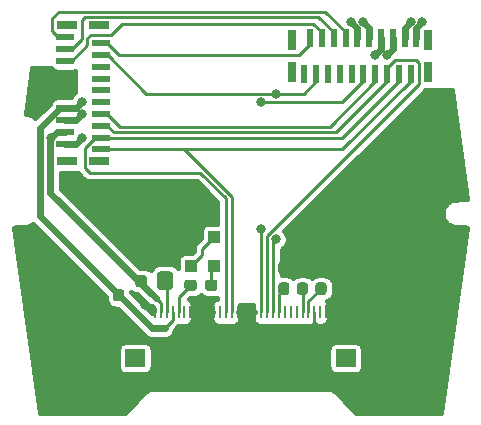
<source format=gbr>
%TF.GenerationSoftware,KiCad,Pcbnew,(5.1.6)-1*%
%TF.CreationDate,2020-11-14T16:31:53+00:00*%
%TF.ProjectId,Displayboard4,44697370-6c61-4796-926f-617264342e6b,rev?*%
%TF.SameCoordinates,Original*%
%TF.FileFunction,Copper,L1,Top*%
%TF.FilePolarity,Positive*%
%FSLAX46Y46*%
G04 Gerber Fmt 4.6, Leading zero omitted, Abs format (unit mm)*
G04 Created by KiCad (PCBNEW (5.1.6)-1) date 2020-11-14 16:31:53*
%MOMM*%
%LPD*%
G01*
G04 APERTURE LIST*
%TA.AperFunction,SMDPad,CuDef*%
%ADD10R,0.250000X1.100000*%
%TD*%
%TA.AperFunction,SMDPad,CuDef*%
%ADD11R,1.700000X1.500000*%
%TD*%
%TA.AperFunction,SMDPad,CuDef*%
%ADD12R,1.800000X0.800000*%
%TD*%
%TA.AperFunction,SMDPad,CuDef*%
%ADD13R,1.500000X0.600000*%
%TD*%
%TA.AperFunction,SMDPad,CuDef*%
%ADD14R,0.600000X1.500000*%
%TD*%
%TA.AperFunction,SMDPad,CuDef*%
%ADD15R,0.800000X1.800000*%
%TD*%
%TA.AperFunction,SMDPad,CuDef*%
%ADD16R,1.000000X1.000000*%
%TD*%
%TA.AperFunction,ViaPad*%
%ADD17C,0.800000*%
%TD*%
%TA.AperFunction,Conductor*%
%ADD18C,0.250000*%
%TD*%
%TA.AperFunction,Conductor*%
%ADD19C,0.600000*%
%TD*%
%TA.AperFunction,Conductor*%
%ADD20C,0.400000*%
%TD*%
G04 APERTURE END LIST*
D10*
%TO.P,U1,30*%
%TO.N,GND*%
X129750000Y-75870000D03*
%TO.P,U1,29*%
%TO.N,Net-(U1-Pad29)*%
X129250000Y-75870000D03*
%TO.P,U1,28*%
%TO.N,GND*%
X128750000Y-75870000D03*
%TO.P,U1,27*%
%TO.N,Net-(C5-Pad1)*%
X128250000Y-75870000D03*
%TO.P,U1,26*%
%TO.N,Net-(C3-Pad1)*%
X127750000Y-75870000D03*
%TO.P,U1,25*%
%TO.N,Net-(U1-Pad25)*%
X127250000Y-75870000D03*
%TO.P,U1,24*%
%TO.N,Net-(U1-Pad24)*%
X126750000Y-75870000D03*
%TO.P,U1,23*%
%TO.N,Net-(U1-Pad23)*%
X126250000Y-75870000D03*
%TO.P,U1,22*%
%TO.N,Net-(R1-Pad1)*%
X125750000Y-75870000D03*
%TO.P,U1,21*%
%TO.N,RST*%
X125250000Y-75870000D03*
%TO.P,U1,20*%
%TO.N,DC*%
X124750000Y-75870000D03*
%TO.P,U1,19*%
%TO.N,Display5_CS*%
X124250000Y-75870000D03*
%TO.P,U1,18*%
%TO.N,GND*%
X123750000Y-75870000D03*
%TO.P,U1,17*%
X123250000Y-75870000D03*
%TO.P,U1,16*%
X122750000Y-75870000D03*
%TO.P,U1,15*%
X122250000Y-75870000D03*
%TO.P,U1,14*%
%TO.N,CLK*%
X121750000Y-75870000D03*
%TO.P,U1,13*%
%TO.N,MOSI*%
X121250000Y-75870000D03*
%TO.P,U1,12*%
%TO.N,Net-(U1-Pad12)*%
X120750000Y-75870000D03*
%TO.P,U1,11*%
%TO.N,GND*%
X120250000Y-75870000D03*
%TO.P,U1,10*%
X119750000Y-75870000D03*
%TO.P,U1,9*%
X119250000Y-75870000D03*
%TO.P,U1,8*%
X118750000Y-75870000D03*
%TO.P,U1,7*%
X118250000Y-75870000D03*
%TO.P,U1,6*%
%TO.N,Net-(U1-Pad6)*%
X117750000Y-75870000D03*
%TO.P,U1,5*%
%TO.N,Net-(R2-Pad1)*%
X117250000Y-75870000D03*
%TO.P,U1,4*%
%TO.N,+3V3*%
X116750000Y-75870000D03*
%TO.P,U1,2*%
%TO.N,13V*%
X115750000Y-75870000D03*
%TO.P,U1,1*%
%TO.N,GND*%
X115250000Y-75870000D03*
%TO.P,U1,3*%
%TO.N,Net-(C2-Pad1)*%
X116250000Y-75870000D03*
D11*
%TO.P,U1,SUPPORT2*%
%TO.N,N/C*%
X131400000Y-79770000D03*
%TO.P,U1,SUPPORT1*%
X113600000Y-79770000D03*
%TD*%
%TO.P,C2,2*%
%TO.N,GND*%
%TA.AperFunction,SMDPad,CuDef*%
G36*
G01*
X116525001Y-71125000D02*
X115674999Y-71125000D01*
G75*
G02*
X115425000Y-70875001I0J249999D01*
G01*
X115425000Y-69799999D01*
G75*
G02*
X115674999Y-69550000I249999J0D01*
G01*
X116525001Y-69550000D01*
G75*
G02*
X116775000Y-69799999I0J-249999D01*
G01*
X116775000Y-70875001D01*
G75*
G02*
X116525001Y-71125000I-249999J0D01*
G01*
G37*
%TD.AperFunction*%
%TO.P,C2,1*%
%TO.N,Net-(C2-Pad1)*%
%TA.AperFunction,SMDPad,CuDef*%
G36*
G01*
X116525001Y-74000000D02*
X115674999Y-74000000D01*
G75*
G02*
X115425000Y-73750001I0J249999D01*
G01*
X115425000Y-72674999D01*
G75*
G02*
X115674999Y-72425000I249999J0D01*
G01*
X116525001Y-72425000D01*
G75*
G02*
X116775000Y-72674999I0J-249999D01*
G01*
X116775000Y-73750001D01*
G75*
G02*
X116525001Y-74000000I-249999J0D01*
G01*
G37*
%TD.AperFunction*%
%TD*%
D12*
%TO.P,J1,NC*%
%TO.N,N/C*%
X107825000Y-63100000D03*
X110525000Y-63100000D03*
X110525000Y-51600000D03*
X107825000Y-51600000D03*
D13*
%TO.P,J1,1*%
%TO.N,RXD*%
X107675000Y-52600000D03*
%TO.P,J1,3*%
%TO.N,IO0*%
X107675000Y-53600000D03*
%TO.P,J1,5*%
%TO.N,EN*%
X107675000Y-54600000D03*
%TO.P,J1,7*%
%TO.N,GND*%
X107675000Y-55600000D03*
%TO.P,J1,9*%
X107675000Y-56600000D03*
%TO.P,J1,11*%
X107675000Y-57600000D03*
%TO.P,J1,13*%
%TO.N,+3V3*%
X107675000Y-58600000D03*
%TO.P,J1,15*%
X107675000Y-59600000D03*
%TO.P,J1,17*%
%TO.N,13V*%
X107675000Y-60600000D03*
%TO.P,J1,19*%
X107675000Y-61600000D03*
%TO.P,J1,20*%
%TO.N,CLK*%
X110675000Y-62100000D03*
%TO.P,J1,18*%
%TO.N,MOSI*%
X110675000Y-61100000D03*
%TO.P,J1,16*%
%TO.N,DC*%
X110675000Y-60100000D03*
%TO.P,J1,14*%
%TO.N,Display6_CS*%
X110675000Y-59100000D03*
%TO.P,J1,12*%
%TO.N,Net-(J1-Pad12)*%
X110675000Y-58100000D03*
%TO.P,J1,10*%
%TO.N,Net-(J1-Pad10)*%
X110675000Y-57100000D03*
%TO.P,J1,8*%
%TO.N,Net-(J1-Pad8)*%
X110675000Y-56100000D03*
%TO.P,J1,6*%
%TO.N,Net-(J1-Pad6)*%
X110675000Y-55100000D03*
%TO.P,J1,4*%
%TO.N,RST*%
X110675000Y-54100000D03*
%TO.P,J1,2*%
%TO.N,TXD*%
X110675000Y-53100000D03*
%TD*%
%TO.P,R2,2*%
%TO.N,Net-(D2-Pad2)*%
%TA.AperFunction,SMDPad,CuDef*%
G36*
G01*
X119500000Y-73837500D02*
X119500000Y-73362500D01*
G75*
G02*
X119737500Y-73125000I237500J0D01*
G01*
X120312500Y-73125000D01*
G75*
G02*
X120550000Y-73362500I0J-237500D01*
G01*
X120550000Y-73837500D01*
G75*
G02*
X120312500Y-74075000I-237500J0D01*
G01*
X119737500Y-74075000D01*
G75*
G02*
X119500000Y-73837500I0J237500D01*
G01*
G37*
%TD.AperFunction*%
%TO.P,R2,1*%
%TO.N,Net-(R2-Pad1)*%
%TA.AperFunction,SMDPad,CuDef*%
G36*
G01*
X117750000Y-73837500D02*
X117750000Y-73362500D01*
G75*
G02*
X117987500Y-73125000I237500J0D01*
G01*
X118562500Y-73125000D01*
G75*
G02*
X118800000Y-73362500I0J-237500D01*
G01*
X118800000Y-73837500D01*
G75*
G02*
X118562500Y-74075000I-237500J0D01*
G01*
X117987500Y-74075000D01*
G75*
G02*
X117750000Y-73837500I0J237500D01*
G01*
G37*
%TD.AperFunction*%
%TD*%
%TO.P,R1,2*%
%TO.N,GND*%
%TA.AperFunction,SMDPad,CuDef*%
G36*
G01*
X126402500Y-72665000D02*
X125927500Y-72665000D01*
G75*
G02*
X125690000Y-72427500I0J237500D01*
G01*
X125690000Y-71852500D01*
G75*
G02*
X125927500Y-71615000I237500J0D01*
G01*
X126402500Y-71615000D01*
G75*
G02*
X126640000Y-71852500I0J-237500D01*
G01*
X126640000Y-72427500D01*
G75*
G02*
X126402500Y-72665000I-237500J0D01*
G01*
G37*
%TD.AperFunction*%
%TO.P,R1,1*%
%TO.N,Net-(R1-Pad1)*%
%TA.AperFunction,SMDPad,CuDef*%
G36*
G01*
X126402500Y-74415000D02*
X125927500Y-74415000D01*
G75*
G02*
X125690000Y-74177500I0J237500D01*
G01*
X125690000Y-73602500D01*
G75*
G02*
X125927500Y-73365000I237500J0D01*
G01*
X126402500Y-73365000D01*
G75*
G02*
X126640000Y-73602500I0J-237500D01*
G01*
X126640000Y-74177500D01*
G75*
G02*
X126402500Y-74415000I-237500J0D01*
G01*
G37*
%TD.AperFunction*%
%TD*%
D14*
%TO.P,J2,2*%
%TO.N,CLK*%
X136900000Y-55700000D03*
%TO.P,J2,4*%
%TO.N,MOSI*%
X135900000Y-55700000D03*
%TO.P,J2,6*%
%TO.N,DC*%
X134900000Y-55700000D03*
%TO.P,J2,8*%
%TO.N,Display6_CS*%
X133900000Y-55700000D03*
%TO.P,J2,10*%
%TO.N,Display5_CS*%
X132900000Y-55700000D03*
%TO.P,J2,12*%
%TO.N,Net-(J2-Pad12)*%
X131900000Y-55700000D03*
%TO.P,J2,14*%
%TO.N,Net-(J2-Pad14)*%
X130900000Y-55700000D03*
%TO.P,J2,16*%
%TO.N,Net-(J2-Pad16)*%
X129900000Y-55700000D03*
%TO.P,J2,18*%
%TO.N,RST*%
X128900000Y-55700000D03*
%TO.P,J2,20*%
%TO.N,Net-(J2-Pad20)*%
X127900000Y-55700000D03*
%TO.P,J2,19*%
%TO.N,TXD*%
X128400000Y-52700000D03*
%TO.P,J2,17*%
%TO.N,EN*%
X129400000Y-52700000D03*
%TO.P,J2,15*%
%TO.N,IO0*%
X130400000Y-52700000D03*
%TO.P,J2,13*%
%TO.N,RXD*%
X131400000Y-52700000D03*
%TO.P,J2,11*%
%TO.N,GND*%
X132400000Y-52700000D03*
%TO.P,J2,9*%
X133400000Y-52700000D03*
%TO.P,J2,7*%
%TO.N,+3V3*%
X134400000Y-52700000D03*
%TO.P,J2,5*%
X135400000Y-52700000D03*
%TO.P,J2,3*%
%TO.N,13V*%
X136400000Y-52700000D03*
%TO.P,J2,1*%
X137400000Y-52700000D03*
D15*
%TO.P,J2,NC*%
%TO.N,N/C*%
X138400000Y-52850000D03*
X138400000Y-55550000D03*
X126900000Y-55550000D03*
X126900000Y-52850000D03*
%TD*%
D16*
%TO.P,D2,2*%
%TO.N,Net-(D2-Pad2)*%
X120275000Y-72000000D03*
%TO.P,D2,1*%
%TO.N,Net-(D1-Pad2)*%
X120275000Y-69500000D03*
%TD*%
%TO.P,D1,2*%
%TO.N,Net-(D1-Pad2)*%
X118275000Y-72000000D03*
%TO.P,D1,1*%
%TO.N,GND*%
X118275000Y-69500000D03*
%TD*%
%TO.P,C5,2*%
%TO.N,GND*%
%TA.AperFunction,SMDPad,CuDef*%
G36*
G01*
X129552500Y-72665000D02*
X129077500Y-72665000D01*
G75*
G02*
X128840000Y-72427500I0J237500D01*
G01*
X128840000Y-71852500D01*
G75*
G02*
X129077500Y-71615000I237500J0D01*
G01*
X129552500Y-71615000D01*
G75*
G02*
X129790000Y-71852500I0J-237500D01*
G01*
X129790000Y-72427500D01*
G75*
G02*
X129552500Y-72665000I-237500J0D01*
G01*
G37*
%TD.AperFunction*%
%TO.P,C5,1*%
%TO.N,Net-(C5-Pad1)*%
%TA.AperFunction,SMDPad,CuDef*%
G36*
G01*
X129552500Y-74415000D02*
X129077500Y-74415000D01*
G75*
G02*
X128840000Y-74177500I0J237500D01*
G01*
X128840000Y-73602500D01*
G75*
G02*
X129077500Y-73365000I237500J0D01*
G01*
X129552500Y-73365000D01*
G75*
G02*
X129790000Y-73602500I0J-237500D01*
G01*
X129790000Y-74177500D01*
G75*
G02*
X129552500Y-74415000I-237500J0D01*
G01*
G37*
%TD.AperFunction*%
%TD*%
%TO.P,C4,2*%
%TO.N,GND*%
%TA.AperFunction,SMDPad,CuDef*%
G36*
G01*
X111937500Y-75674999D02*
X112412500Y-75674999D01*
G75*
G02*
X112650000Y-75912499I0J-237500D01*
G01*
X112650000Y-76487499D01*
G75*
G02*
X112412500Y-76724999I-237500J0D01*
G01*
X111937500Y-76724999D01*
G75*
G02*
X111700000Y-76487499I0J237500D01*
G01*
X111700000Y-75912499D01*
G75*
G02*
X111937500Y-75674999I237500J0D01*
G01*
G37*
%TD.AperFunction*%
%TO.P,C4,1*%
%TO.N,+3V3*%
%TA.AperFunction,SMDPad,CuDef*%
G36*
G01*
X111937500Y-73924999D02*
X112412500Y-73924999D01*
G75*
G02*
X112650000Y-74162499I0J-237500D01*
G01*
X112650000Y-74737499D01*
G75*
G02*
X112412500Y-74974999I-237500J0D01*
G01*
X111937500Y-74974999D01*
G75*
G02*
X111700000Y-74737499I0J237500D01*
G01*
X111700000Y-74162499D01*
G75*
G02*
X111937500Y-73924999I237500J0D01*
G01*
G37*
%TD.AperFunction*%
%TD*%
%TO.P,C3,2*%
%TO.N,GND*%
%TA.AperFunction,SMDPad,CuDef*%
G36*
G01*
X127977500Y-72665000D02*
X127502500Y-72665000D01*
G75*
G02*
X127265000Y-72427500I0J237500D01*
G01*
X127265000Y-71852500D01*
G75*
G02*
X127502500Y-71615000I237500J0D01*
G01*
X127977500Y-71615000D01*
G75*
G02*
X128215000Y-71852500I0J-237500D01*
G01*
X128215000Y-72427500D01*
G75*
G02*
X127977500Y-72665000I-237500J0D01*
G01*
G37*
%TD.AperFunction*%
%TO.P,C3,1*%
%TO.N,Net-(C3-Pad1)*%
%TA.AperFunction,SMDPad,CuDef*%
G36*
G01*
X127977500Y-74415000D02*
X127502500Y-74415000D01*
G75*
G02*
X127265000Y-74177500I0J237500D01*
G01*
X127265000Y-73602500D01*
G75*
G02*
X127502500Y-73365000I237500J0D01*
G01*
X127977500Y-73365000D01*
G75*
G02*
X128215000Y-73602500I0J-237500D01*
G01*
X128215000Y-74177500D01*
G75*
G02*
X127977500Y-74415000I-237500J0D01*
G01*
G37*
%TD.AperFunction*%
%TD*%
%TO.P,C1,2*%
%TO.N,GND*%
%TA.AperFunction,SMDPad,CuDef*%
G36*
G01*
X114312500Y-72025000D02*
X113837500Y-72025000D01*
G75*
G02*
X113600000Y-71787500I0J237500D01*
G01*
X113600000Y-71212500D01*
G75*
G02*
X113837500Y-70975000I237500J0D01*
G01*
X114312500Y-70975000D01*
G75*
G02*
X114550000Y-71212500I0J-237500D01*
G01*
X114550000Y-71787500D01*
G75*
G02*
X114312500Y-72025000I-237500J0D01*
G01*
G37*
%TD.AperFunction*%
%TO.P,C1,1*%
%TO.N,13V*%
%TA.AperFunction,SMDPad,CuDef*%
G36*
G01*
X114312500Y-73775000D02*
X113837500Y-73775000D01*
G75*
G02*
X113600000Y-73537500I0J237500D01*
G01*
X113600000Y-72962500D01*
G75*
G02*
X113837500Y-72725000I237500J0D01*
G01*
X114312500Y-72725000D01*
G75*
G02*
X114550000Y-72962500I0J-237500D01*
G01*
X114550000Y-73537500D01*
G75*
G02*
X114312500Y-73775000I-237500J0D01*
G01*
G37*
%TD.AperFunction*%
%TD*%
D17*
%TO.N,GND*%
X110990000Y-65760000D03*
X112490000Y-65760000D03*
X113990000Y-65760000D03*
X115490000Y-65760000D03*
X116990000Y-65760000D03*
X110990000Y-67260000D03*
X112490000Y-67260000D03*
X113990000Y-67260000D03*
X115490000Y-67260000D03*
X116990000Y-67260000D03*
X110990000Y-68760000D03*
X112490000Y-68760000D03*
X113990000Y-68760000D03*
X115490000Y-68760000D03*
X116990000Y-68760000D03*
X118715000Y-78140000D03*
X114425000Y-75275000D03*
X131475000Y-67575000D03*
X132975000Y-67575000D03*
X134475000Y-67575000D03*
X135975000Y-67575000D03*
X137475000Y-67575000D03*
X131475000Y-69075000D03*
X132975000Y-69075000D03*
X134475000Y-69075000D03*
X135975000Y-69075000D03*
X137475000Y-69075000D03*
X131475000Y-70575000D03*
X132975000Y-70575000D03*
X134475000Y-70575000D03*
X135975000Y-70575000D03*
X137475000Y-70575000D03*
X131475000Y-72075000D03*
X132975000Y-72075000D03*
X134475000Y-72075000D03*
X135975000Y-72075000D03*
X137475000Y-72075000D03*
X131475000Y-73575000D03*
X132975000Y-73575000D03*
X134475000Y-73575000D03*
X135975000Y-73575000D03*
X137475000Y-73575000D03*
X132900000Y-51330000D03*
X131890000Y-51330000D03*
X106290000Y-56100000D03*
X106290000Y-57100000D03*
X106290000Y-58100000D03*
X120215000Y-78140000D03*
X121715000Y-78140000D03*
X123215000Y-78140000D03*
X124715000Y-78140000D03*
X126215000Y-78140000D03*
X118715000Y-79640000D03*
X120215000Y-79640000D03*
X121715000Y-79640000D03*
X123215000Y-79640000D03*
X124715000Y-79640000D03*
X126215000Y-79640000D03*
X118715000Y-81140000D03*
X120215000Y-81140000D03*
X121715000Y-81140000D03*
X123215000Y-81140000D03*
X124715000Y-81140000D03*
X126215000Y-81140000D03*
X108105000Y-78135000D03*
X106605000Y-76635000D03*
X108105000Y-79635000D03*
X106605000Y-79635000D03*
X106605000Y-78135000D03*
X108105000Y-81135000D03*
X106605000Y-81135000D03*
X108105000Y-76635000D03*
X106605000Y-75135000D03*
X108105000Y-75135000D03*
X126950000Y-71080000D03*
X128530000Y-71080000D03*
X105290000Y-58100000D03*
X105290000Y-57100000D03*
X105290000Y-56100000D03*
%TO.N,13V*%
X109050000Y-61110000D03*
X136900000Y-51330000D03*
X106430010Y-61100000D03*
X137860000Y-51330000D03*
%TO.N,+3V3*%
X109050000Y-58100000D03*
X134900000Y-54070000D03*
X133900000Y-54070000D03*
X109050000Y-59100000D03*
%TO.N,RST*%
X125490000Y-57390000D03*
X125490153Y-69710153D03*
%TO.N,Display5_CS*%
X124254990Y-58115010D03*
X124250000Y-68810000D03*
%TD*%
D18*
%TO.N,GND*%
X115250000Y-75550000D02*
X115250000Y-75870000D01*
X114425000Y-75275000D02*
X114975000Y-75275000D01*
X114975000Y-75275000D02*
X115250000Y-75550000D01*
D19*
X119750000Y-75870000D02*
X120124999Y-75870000D01*
X118750000Y-75870000D02*
X118375001Y-75870000D01*
X122750000Y-75870000D02*
X122375010Y-75870000D01*
X123250000Y-75870000D02*
X123624990Y-75870000D01*
X106790000Y-55600000D02*
X106290000Y-56100000D01*
X107675000Y-55600000D02*
X106790000Y-55600000D01*
X106790000Y-56600000D02*
X106290000Y-57100000D01*
X107675000Y-56600000D02*
X106790000Y-56600000D01*
X106790000Y-57600000D02*
X107675000Y-57600000D01*
X106290000Y-58100000D02*
X106790000Y-57600000D01*
X133400000Y-51830000D02*
X132900000Y-51330000D01*
X133400000Y-52700000D02*
X133400000Y-51830000D01*
X132400000Y-51840000D02*
X131890000Y-51330000D01*
X132400000Y-52700000D02*
X132400000Y-51840000D01*
D18*
X127470000Y-78140000D02*
X126215000Y-78140000D01*
X128750000Y-75870000D02*
X128750000Y-76860000D01*
X128750000Y-76860000D02*
X127470000Y-78140000D01*
X129750000Y-75300000D02*
X131475000Y-73575000D01*
X129750000Y-75870000D02*
X129750000Y-75300000D01*
%TO.N,13V*%
X107650000Y-60575000D02*
X107675000Y-60600000D01*
X107650000Y-61625000D02*
X107675000Y-61600000D01*
X115380000Y-74700000D02*
X115325000Y-74700000D01*
X115750000Y-75070000D02*
X115380000Y-74700000D01*
X115750000Y-75870000D02*
X115750000Y-75070000D01*
D19*
X108560000Y-61600000D02*
X109050000Y-61110000D01*
X107675000Y-61600000D02*
X108560000Y-61600000D01*
X106930010Y-60600000D02*
X106430010Y-61100000D01*
X106410010Y-61120000D02*
X106430010Y-61100000D01*
X115325000Y-74700000D02*
X106410010Y-65785010D01*
X107675000Y-60600000D02*
X106930010Y-60600000D01*
X106410010Y-65785010D02*
X106410010Y-61120000D01*
X136400000Y-51830000D02*
X136900000Y-51330000D01*
X136400000Y-52700000D02*
X136400000Y-51830000D01*
X137400000Y-51790000D02*
X137860000Y-51330000D01*
X137400000Y-52700000D02*
X137400000Y-51790000D01*
D18*
%TO.N,Net-(C2-Pad1)*%
X116250000Y-73412500D02*
X116100000Y-73262500D01*
X116250000Y-75870000D02*
X116250000Y-73412500D01*
%TO.N,Net-(C3-Pad1)*%
X127750000Y-73900000D02*
X127740000Y-73890000D01*
X127750000Y-75870000D02*
X127750000Y-73900000D01*
%TO.N,+3V3*%
X116750000Y-76550000D02*
X116075000Y-77225000D01*
X116750000Y-75870000D02*
X116750000Y-76550000D01*
D19*
X108550000Y-58600000D02*
X109050000Y-58100000D01*
X107675000Y-58600000D02*
X108550000Y-58600000D01*
X108550000Y-59600000D02*
X109050000Y-59100000D01*
X107675000Y-59600000D02*
X108550000Y-59600000D01*
X115029998Y-77225000D02*
X116075000Y-77225000D01*
X105530000Y-67725002D02*
X115029998Y-77225000D01*
X105530000Y-60295000D02*
X105530000Y-67725002D01*
X107225000Y-58600000D02*
X105530000Y-60295000D01*
X107675000Y-58600000D02*
X107225000Y-58600000D01*
X135400000Y-53570000D02*
X134900000Y-54070000D01*
X135400000Y-52700000D02*
X135400000Y-53570000D01*
X134400000Y-53570000D02*
X133900000Y-54070000D01*
X134400000Y-52700000D02*
X134400000Y-53570000D01*
D18*
%TO.N,Net-(C5-Pad1)*%
X128250000Y-74955000D02*
X128250000Y-75870000D01*
X129315000Y-73890000D02*
X128250000Y-74955000D01*
%TO.N,Net-(D1-Pad2)*%
X119275000Y-71000000D02*
X118275000Y-72000000D01*
X120275000Y-69500000D02*
X119275000Y-70500000D01*
X119275000Y-70500000D02*
X119275000Y-71000000D01*
%TO.N,Net-(D2-Pad2)*%
X120025000Y-72250000D02*
X120275000Y-72000000D01*
X120025000Y-73600000D02*
X120025000Y-72250000D01*
%TO.N,RXD*%
X131400000Y-52175000D02*
X131400000Y-52700000D01*
X107115009Y-50424989D02*
X129649989Y-50424989D01*
X107050000Y-52600000D02*
X106525000Y-52075000D01*
X107675000Y-52600000D02*
X107050000Y-52600000D01*
X129649989Y-50424989D02*
X131400000Y-52175000D01*
X106525000Y-51014998D02*
X107115009Y-50424989D01*
X106525000Y-52075000D02*
X106525000Y-51014998D01*
%TO.N,EN*%
X129400000Y-52175000D02*
X129400000Y-52700000D01*
X128675000Y-51450000D02*
X129400000Y-52175000D01*
X112470000Y-51450000D02*
X128675000Y-51450000D01*
X107675000Y-54600000D02*
X108200000Y-54600000D01*
X111495000Y-52425000D02*
X112470000Y-51450000D01*
X109525000Y-53275000D02*
X109525000Y-52700000D01*
X108200000Y-54600000D02*
X109525000Y-53275000D01*
X109800000Y-52425000D02*
X111495000Y-52425000D01*
X109525000Y-52700000D02*
X109800000Y-52425000D01*
%TO.N,IO0*%
X130400000Y-52175000D02*
X130400000Y-52700000D01*
X129100000Y-50875000D02*
X130400000Y-52175000D01*
X109364998Y-50875000D02*
X129100000Y-50875000D01*
X109074989Y-51165009D02*
X109364998Y-50875000D01*
X109074989Y-52725011D02*
X109074989Y-51165009D01*
X107675000Y-53600000D02*
X108200000Y-53600000D01*
X108200000Y-53600000D02*
X109074989Y-52725011D01*
%TO.N,RST*%
X127845002Y-57390000D02*
X125490000Y-57390000D01*
X128900000Y-56335002D02*
X127845002Y-57390000D01*
X128900000Y-55700000D02*
X128900000Y-56335002D01*
X114540000Y-57390000D02*
X125490000Y-57390000D01*
X111250000Y-54100000D02*
X114540000Y-57390000D01*
X110675000Y-54100000D02*
X111250000Y-54100000D01*
X125250000Y-73568590D02*
X125250000Y-75870000D01*
X125250000Y-69950306D02*
X125250000Y-73568590D01*
X125490153Y-69710153D02*
X125250000Y-69950306D01*
%TO.N,DC*%
X130594946Y-60640056D02*
X134900000Y-56335002D01*
X134900000Y-56335002D02*
X134900000Y-55700000D01*
X111770056Y-60640056D02*
X130594946Y-60640056D01*
X111230000Y-60100000D02*
X111770056Y-60640056D01*
X110675000Y-60100000D02*
X111230000Y-60100000D01*
X137600000Y-54764998D02*
X137600000Y-56575000D01*
X137335002Y-54500000D02*
X137600000Y-54764998D01*
X137600000Y-56575000D02*
X124750000Y-69425000D01*
X135575000Y-54500000D02*
X137335002Y-54500000D01*
X134900000Y-55175000D02*
X135575000Y-54500000D01*
X124750000Y-69425000D02*
X124750000Y-72750000D01*
X134900000Y-55700000D02*
X134900000Y-55175000D01*
X124750000Y-72750000D02*
X124750000Y-75870000D01*
%TO.N,CLK*%
X121750000Y-75870000D02*
X121750000Y-72900000D01*
X121750000Y-72900000D02*
X121750000Y-72725000D01*
X110675000Y-62100000D02*
X111300000Y-62100000D01*
X117736411Y-62100000D02*
X121750000Y-66113589D01*
X121750000Y-66113589D02*
X121750000Y-72900000D01*
X111300000Y-62100000D02*
X117736411Y-62100000D01*
X136900000Y-56335002D02*
X136900000Y-55700000D01*
X117736411Y-62100000D02*
X131135002Y-62100000D01*
X131135002Y-62100000D02*
X136900000Y-56335002D01*
%TO.N,MOSI*%
X121250000Y-66250000D02*
X121250000Y-75870000D01*
X119075000Y-64075000D02*
X121250000Y-66250000D01*
X110140000Y-61100000D02*
X109300000Y-61940000D01*
X110675000Y-61100000D02*
X110140000Y-61100000D01*
X109300000Y-61940000D02*
X109300000Y-63650000D01*
X109725000Y-64075000D02*
X119075000Y-64075000D01*
X109300000Y-63650000D02*
X109725000Y-64075000D01*
X131135002Y-61100000D02*
X135900000Y-56335002D01*
X135900000Y-56335002D02*
X135900000Y-55700000D01*
X110675000Y-61100000D02*
X131135002Y-61100000D01*
%TO.N,Display6_CS*%
X133900000Y-56335002D02*
X133900000Y-55700000D01*
X110675000Y-59100000D02*
X111220000Y-59100000D01*
X130044957Y-60190045D02*
X133900000Y-56335002D01*
X111220000Y-59100000D02*
X112310045Y-60190045D01*
X112310045Y-60190045D02*
X130044957Y-60190045D01*
%TO.N,Net-(R1-Pad1)*%
X125750000Y-74305000D02*
X126165000Y-73890000D01*
X125750000Y-75870000D02*
X125750000Y-74305000D01*
%TO.N,Net-(R2-Pad1)*%
X117250000Y-74625000D02*
X118275000Y-73600000D01*
X117250000Y-75870000D02*
X117250000Y-74625000D01*
%TO.N,TXD*%
X127464999Y-54075001D02*
X128400000Y-53140000D01*
X112205001Y-54075001D02*
X127464999Y-54075001D01*
X128400000Y-53140000D02*
X128400000Y-52700000D01*
X110675000Y-53100000D02*
X111230000Y-53100000D01*
X111230000Y-53100000D02*
X112205001Y-54075001D01*
%TO.N,Display5_CS*%
X124250000Y-75870000D02*
X124250000Y-68810000D01*
X131119992Y-58115010D02*
X124254990Y-58115010D01*
X132900000Y-55700000D02*
X132900000Y-56335002D01*
X132900000Y-56335002D02*
X131119992Y-58115010D01*
%TO.N,Net-(J1-Pad12)*%
X111200000Y-58100000D02*
X111215010Y-58115010D01*
%TD*%
D20*
%TO.N,GND*%
G36*
X141694323Y-66279681D02*
G01*
X141683194Y-66283960D01*
X141552749Y-66300000D01*
X141193162Y-66300000D01*
X141173180Y-66301001D01*
X140974357Y-66320965D01*
X140935189Y-66328911D01*
X140833115Y-66360513D01*
X140637770Y-66360513D01*
X140417624Y-66404303D01*
X140210251Y-66490200D01*
X140023620Y-66614903D01*
X139864903Y-66773620D01*
X139740200Y-66960251D01*
X139654303Y-67167624D01*
X139610513Y-67387770D01*
X139610513Y-67612230D01*
X139654303Y-67832376D01*
X139740200Y-68039749D01*
X139864903Y-68226380D01*
X140023620Y-68385097D01*
X140210251Y-68509800D01*
X140417624Y-68595697D01*
X140637770Y-68639487D01*
X140819761Y-68639487D01*
X140918045Y-68670336D01*
X140957698Y-68678488D01*
X141159070Y-68698973D01*
X141179311Y-68700000D01*
X141542750Y-68700000D01*
X141675292Y-68716298D01*
X141693876Y-68723443D01*
X139457941Y-84375000D01*
X132258883Y-84375000D01*
X130463658Y-82579776D01*
X130444080Y-82555920D01*
X130348911Y-82477817D01*
X130240334Y-82419781D01*
X130122521Y-82384043D01*
X130030704Y-82375000D01*
X130030694Y-82375000D01*
X130000000Y-82371977D01*
X129969306Y-82375000D01*
X115030693Y-82375000D01*
X114999999Y-82371977D01*
X114969305Y-82375000D01*
X114969296Y-82375000D01*
X114877479Y-82384043D01*
X114759666Y-82419781D01*
X114759664Y-82419782D01*
X114651087Y-82477818D01*
X114603677Y-82516727D01*
X114555920Y-82555920D01*
X114536346Y-82579771D01*
X112741118Y-84375000D01*
X105542059Y-84375000D01*
X104777060Y-79020000D01*
X112147097Y-79020000D01*
X112147097Y-80520000D01*
X112158682Y-80637621D01*
X112192990Y-80750721D01*
X112248704Y-80854955D01*
X112323683Y-80946317D01*
X112415045Y-81021296D01*
X112519279Y-81077010D01*
X112632379Y-81111318D01*
X112750000Y-81122903D01*
X114450000Y-81122903D01*
X114567621Y-81111318D01*
X114680721Y-81077010D01*
X114784955Y-81021296D01*
X114876317Y-80946317D01*
X114951296Y-80854955D01*
X115007010Y-80750721D01*
X115041318Y-80637621D01*
X115052903Y-80520000D01*
X115052903Y-79020000D01*
X129947097Y-79020000D01*
X129947097Y-80520000D01*
X129958682Y-80637621D01*
X129992990Y-80750721D01*
X130048704Y-80854955D01*
X130123683Y-80946317D01*
X130215045Y-81021296D01*
X130319279Y-81077010D01*
X130432379Y-81111318D01*
X130550000Y-81122903D01*
X132250000Y-81122903D01*
X132367621Y-81111318D01*
X132480721Y-81077010D01*
X132584955Y-81021296D01*
X132676317Y-80946317D01*
X132751296Y-80854955D01*
X132807010Y-80750721D01*
X132841318Y-80637621D01*
X132852903Y-80520000D01*
X132852903Y-79020000D01*
X132841318Y-78902379D01*
X132807010Y-78789279D01*
X132751296Y-78685045D01*
X132676317Y-78593683D01*
X132584955Y-78518704D01*
X132480721Y-78462990D01*
X132367621Y-78428682D01*
X132250000Y-78417097D01*
X130550000Y-78417097D01*
X130432379Y-78428682D01*
X130319279Y-78462990D01*
X130215045Y-78518704D01*
X130123683Y-78593683D01*
X130048704Y-78685045D01*
X129992990Y-78789279D01*
X129958682Y-78902379D01*
X129947097Y-79020000D01*
X115052903Y-79020000D01*
X115041318Y-78902379D01*
X115007010Y-78789279D01*
X114951296Y-78685045D01*
X114876317Y-78593683D01*
X114784955Y-78518704D01*
X114680721Y-78462990D01*
X114567621Y-78428682D01*
X114450000Y-78417097D01*
X112750000Y-78417097D01*
X112632379Y-78428682D01*
X112519279Y-78462990D01*
X112415045Y-78518704D01*
X112323683Y-78593683D01*
X112248704Y-78685045D01*
X112192990Y-78789279D01*
X112158682Y-78902379D01*
X112147097Y-79020000D01*
X104777060Y-79020000D01*
X103307015Y-68729691D01*
X103340506Y-68716815D01*
X103477251Y-68700000D01*
X103847928Y-68700000D01*
X103868703Y-68698918D01*
X104075324Y-68677339D01*
X104115976Y-68668754D01*
X104206661Y-68639487D01*
X104362230Y-68639487D01*
X104582376Y-68595697D01*
X104789749Y-68509800D01*
X104940966Y-68408760D01*
X111097097Y-74564892D01*
X111097097Y-74737499D01*
X111113245Y-74901453D01*
X111161069Y-75059107D01*
X111238730Y-75204402D01*
X111343245Y-75331754D01*
X111470597Y-75436269D01*
X111615892Y-75513930D01*
X111773546Y-75561754D01*
X111937500Y-75577902D01*
X112110107Y-75577902D01*
X114362345Y-77830140D01*
X114390523Y-77864475D01*
X114424858Y-77892653D01*
X114424860Y-77892655D01*
X114431438Y-77898053D01*
X114527566Y-77976943D01*
X114683917Y-78060514D01*
X114853567Y-78111977D01*
X115029997Y-78129354D01*
X115074204Y-78125000D01*
X116119207Y-78125000D01*
X116251431Y-78111977D01*
X116421081Y-78060514D01*
X116577432Y-77976943D01*
X116714475Y-77864475D01*
X116826943Y-77727432D01*
X116910514Y-77571081D01*
X116961977Y-77401431D01*
X116966140Y-77359165D01*
X117237477Y-77087828D01*
X117265132Y-77065132D01*
X117299789Y-77022903D01*
X117375000Y-77022903D01*
X117492621Y-77011318D01*
X117500000Y-77009080D01*
X117507379Y-77011318D01*
X117625000Y-77022903D01*
X117875000Y-77022903D01*
X117992621Y-77011318D01*
X118105721Y-76977010D01*
X118209955Y-76921296D01*
X118301317Y-76846317D01*
X118376296Y-76754955D01*
X118432010Y-76650721D01*
X118466318Y-76537621D01*
X118477903Y-76420000D01*
X118477903Y-75320000D01*
X118466318Y-75202379D01*
X118432010Y-75089279D01*
X118376296Y-74985045D01*
X118301317Y-74893683D01*
X118209955Y-74818704D01*
X118126310Y-74773995D01*
X118222401Y-74677903D01*
X118562500Y-74677903D01*
X118726454Y-74661755D01*
X118884108Y-74613931D01*
X119029403Y-74536270D01*
X119150000Y-74437299D01*
X119270597Y-74536270D01*
X119415892Y-74613931D01*
X119573546Y-74661755D01*
X119737500Y-74677903D01*
X120312500Y-74677903D01*
X120476454Y-74661755D01*
X120525001Y-74647028D01*
X120525001Y-74726946D01*
X120507379Y-74728682D01*
X120394279Y-74762990D01*
X120290045Y-74818704D01*
X120198683Y-74893683D01*
X120123704Y-74985045D01*
X120067990Y-75089279D01*
X120033682Y-75202379D01*
X120022097Y-75320000D01*
X120022097Y-76420000D01*
X120033682Y-76537621D01*
X120067990Y-76650721D01*
X120123704Y-76754955D01*
X120198683Y-76846317D01*
X120290045Y-76921296D01*
X120394279Y-76977010D01*
X120507379Y-77011318D01*
X120625000Y-77022903D01*
X120875000Y-77022903D01*
X120992621Y-77011318D01*
X121000000Y-77009080D01*
X121007379Y-77011318D01*
X121125000Y-77022903D01*
X121375000Y-77022903D01*
X121492621Y-77011318D01*
X121500000Y-77009080D01*
X121507379Y-77011318D01*
X121625000Y-77022903D01*
X121875000Y-77022903D01*
X121992621Y-77011318D01*
X122105721Y-76977010D01*
X122209955Y-76921296D01*
X122301317Y-76846317D01*
X122376296Y-76754955D01*
X122432010Y-76650721D01*
X122466318Y-76537621D01*
X122477903Y-76420000D01*
X122477903Y-75320000D01*
X122476918Y-75310000D01*
X123523082Y-75310000D01*
X123522097Y-75320000D01*
X123522097Y-76420000D01*
X123533682Y-76537621D01*
X123567990Y-76650721D01*
X123623704Y-76754955D01*
X123698683Y-76846317D01*
X123790045Y-76921296D01*
X123894279Y-76977010D01*
X124007379Y-77011318D01*
X124125000Y-77022903D01*
X124375000Y-77022903D01*
X124492621Y-77011318D01*
X124500000Y-77009080D01*
X124507379Y-77011318D01*
X124625000Y-77022903D01*
X124875000Y-77022903D01*
X124992621Y-77011318D01*
X125000000Y-77009080D01*
X125007379Y-77011318D01*
X125125000Y-77022903D01*
X125375000Y-77022903D01*
X125492621Y-77011318D01*
X125500000Y-77009080D01*
X125507379Y-77011318D01*
X125625000Y-77022903D01*
X125875000Y-77022903D01*
X125992621Y-77011318D01*
X126000000Y-77009080D01*
X126007379Y-77011318D01*
X126125000Y-77022903D01*
X126375000Y-77022903D01*
X126492621Y-77011318D01*
X126500000Y-77009080D01*
X126507379Y-77011318D01*
X126625000Y-77022903D01*
X126875000Y-77022903D01*
X126992621Y-77011318D01*
X127000000Y-77009080D01*
X127007379Y-77011318D01*
X127125000Y-77022903D01*
X127375000Y-77022903D01*
X127492621Y-77011318D01*
X127500000Y-77009080D01*
X127507379Y-77011318D01*
X127625000Y-77022903D01*
X127875000Y-77022903D01*
X127992621Y-77011318D01*
X128000000Y-77009080D01*
X128007379Y-77011318D01*
X128125000Y-77022903D01*
X128375000Y-77022903D01*
X128492621Y-77011318D01*
X128605721Y-76977010D01*
X128709955Y-76921296D01*
X128750000Y-76888432D01*
X128790045Y-76921296D01*
X128894279Y-76977010D01*
X129007379Y-77011318D01*
X129125000Y-77022903D01*
X129375000Y-77022903D01*
X129492621Y-77011318D01*
X129605721Y-76977010D01*
X129709955Y-76921296D01*
X129801317Y-76846317D01*
X129876296Y-76754955D01*
X129932010Y-76650721D01*
X129966318Y-76537621D01*
X129977903Y-76420000D01*
X129977903Y-75320000D01*
X129966318Y-75202379D01*
X129932010Y-75089279D01*
X129876296Y-74985045D01*
X129855415Y-74959601D01*
X129874108Y-74953931D01*
X130019403Y-74876270D01*
X130146755Y-74771755D01*
X130251270Y-74644403D01*
X130328931Y-74499108D01*
X130376755Y-74341454D01*
X130392903Y-74177500D01*
X130392903Y-73602500D01*
X130376755Y-73438546D01*
X130328931Y-73280892D01*
X130251270Y-73135597D01*
X130146755Y-73008245D01*
X130019403Y-72903730D01*
X129874108Y-72826069D01*
X129716454Y-72778245D01*
X129552500Y-72762097D01*
X129077500Y-72762097D01*
X128913546Y-72778245D01*
X128755892Y-72826069D01*
X128610597Y-72903730D01*
X128527500Y-72971926D01*
X128444403Y-72903730D01*
X128299108Y-72826069D01*
X128141454Y-72778245D01*
X127977500Y-72762097D01*
X127502500Y-72762097D01*
X127338546Y-72778245D01*
X127180892Y-72826069D01*
X127035597Y-72903730D01*
X126952500Y-72971926D01*
X126869403Y-72903730D01*
X126724108Y-72826069D01*
X126566454Y-72778245D01*
X126402500Y-72762097D01*
X125975000Y-72762097D01*
X125975000Y-70588879D01*
X126127616Y-70486904D01*
X126266904Y-70347616D01*
X126376342Y-70183831D01*
X126451724Y-70001842D01*
X126490153Y-69808644D01*
X126490153Y-69611662D01*
X126451724Y-69418464D01*
X126376342Y-69236475D01*
X126266904Y-69072690D01*
X126197259Y-69003045D01*
X138087477Y-57112828D01*
X138115132Y-57090132D01*
X138115240Y-57090000D01*
X140381512Y-57090000D01*
X141694323Y-66279681D01*
G37*
X141694323Y-66279681D02*
X141683194Y-66283960D01*
X141552749Y-66300000D01*
X141193162Y-66300000D01*
X141173180Y-66301001D01*
X140974357Y-66320965D01*
X140935189Y-66328911D01*
X140833115Y-66360513D01*
X140637770Y-66360513D01*
X140417624Y-66404303D01*
X140210251Y-66490200D01*
X140023620Y-66614903D01*
X139864903Y-66773620D01*
X139740200Y-66960251D01*
X139654303Y-67167624D01*
X139610513Y-67387770D01*
X139610513Y-67612230D01*
X139654303Y-67832376D01*
X139740200Y-68039749D01*
X139864903Y-68226380D01*
X140023620Y-68385097D01*
X140210251Y-68509800D01*
X140417624Y-68595697D01*
X140637770Y-68639487D01*
X140819761Y-68639487D01*
X140918045Y-68670336D01*
X140957698Y-68678488D01*
X141159070Y-68698973D01*
X141179311Y-68700000D01*
X141542750Y-68700000D01*
X141675292Y-68716298D01*
X141693876Y-68723443D01*
X139457941Y-84375000D01*
X132258883Y-84375000D01*
X130463658Y-82579776D01*
X130444080Y-82555920D01*
X130348911Y-82477817D01*
X130240334Y-82419781D01*
X130122521Y-82384043D01*
X130030704Y-82375000D01*
X130030694Y-82375000D01*
X130000000Y-82371977D01*
X129969306Y-82375000D01*
X115030693Y-82375000D01*
X114999999Y-82371977D01*
X114969305Y-82375000D01*
X114969296Y-82375000D01*
X114877479Y-82384043D01*
X114759666Y-82419781D01*
X114759664Y-82419782D01*
X114651087Y-82477818D01*
X114603677Y-82516727D01*
X114555920Y-82555920D01*
X114536346Y-82579771D01*
X112741118Y-84375000D01*
X105542059Y-84375000D01*
X104777060Y-79020000D01*
X112147097Y-79020000D01*
X112147097Y-80520000D01*
X112158682Y-80637621D01*
X112192990Y-80750721D01*
X112248704Y-80854955D01*
X112323683Y-80946317D01*
X112415045Y-81021296D01*
X112519279Y-81077010D01*
X112632379Y-81111318D01*
X112750000Y-81122903D01*
X114450000Y-81122903D01*
X114567621Y-81111318D01*
X114680721Y-81077010D01*
X114784955Y-81021296D01*
X114876317Y-80946317D01*
X114951296Y-80854955D01*
X115007010Y-80750721D01*
X115041318Y-80637621D01*
X115052903Y-80520000D01*
X115052903Y-79020000D01*
X129947097Y-79020000D01*
X129947097Y-80520000D01*
X129958682Y-80637621D01*
X129992990Y-80750721D01*
X130048704Y-80854955D01*
X130123683Y-80946317D01*
X130215045Y-81021296D01*
X130319279Y-81077010D01*
X130432379Y-81111318D01*
X130550000Y-81122903D01*
X132250000Y-81122903D01*
X132367621Y-81111318D01*
X132480721Y-81077010D01*
X132584955Y-81021296D01*
X132676317Y-80946317D01*
X132751296Y-80854955D01*
X132807010Y-80750721D01*
X132841318Y-80637621D01*
X132852903Y-80520000D01*
X132852903Y-79020000D01*
X132841318Y-78902379D01*
X132807010Y-78789279D01*
X132751296Y-78685045D01*
X132676317Y-78593683D01*
X132584955Y-78518704D01*
X132480721Y-78462990D01*
X132367621Y-78428682D01*
X132250000Y-78417097D01*
X130550000Y-78417097D01*
X130432379Y-78428682D01*
X130319279Y-78462990D01*
X130215045Y-78518704D01*
X130123683Y-78593683D01*
X130048704Y-78685045D01*
X129992990Y-78789279D01*
X129958682Y-78902379D01*
X129947097Y-79020000D01*
X115052903Y-79020000D01*
X115041318Y-78902379D01*
X115007010Y-78789279D01*
X114951296Y-78685045D01*
X114876317Y-78593683D01*
X114784955Y-78518704D01*
X114680721Y-78462990D01*
X114567621Y-78428682D01*
X114450000Y-78417097D01*
X112750000Y-78417097D01*
X112632379Y-78428682D01*
X112519279Y-78462990D01*
X112415045Y-78518704D01*
X112323683Y-78593683D01*
X112248704Y-78685045D01*
X112192990Y-78789279D01*
X112158682Y-78902379D01*
X112147097Y-79020000D01*
X104777060Y-79020000D01*
X103307015Y-68729691D01*
X103340506Y-68716815D01*
X103477251Y-68700000D01*
X103847928Y-68700000D01*
X103868703Y-68698918D01*
X104075324Y-68677339D01*
X104115976Y-68668754D01*
X104206661Y-68639487D01*
X104362230Y-68639487D01*
X104582376Y-68595697D01*
X104789749Y-68509800D01*
X104940966Y-68408760D01*
X111097097Y-74564892D01*
X111097097Y-74737499D01*
X111113245Y-74901453D01*
X111161069Y-75059107D01*
X111238730Y-75204402D01*
X111343245Y-75331754D01*
X111470597Y-75436269D01*
X111615892Y-75513930D01*
X111773546Y-75561754D01*
X111937500Y-75577902D01*
X112110107Y-75577902D01*
X114362345Y-77830140D01*
X114390523Y-77864475D01*
X114424858Y-77892653D01*
X114424860Y-77892655D01*
X114431438Y-77898053D01*
X114527566Y-77976943D01*
X114683917Y-78060514D01*
X114853567Y-78111977D01*
X115029997Y-78129354D01*
X115074204Y-78125000D01*
X116119207Y-78125000D01*
X116251431Y-78111977D01*
X116421081Y-78060514D01*
X116577432Y-77976943D01*
X116714475Y-77864475D01*
X116826943Y-77727432D01*
X116910514Y-77571081D01*
X116961977Y-77401431D01*
X116966140Y-77359165D01*
X117237477Y-77087828D01*
X117265132Y-77065132D01*
X117299789Y-77022903D01*
X117375000Y-77022903D01*
X117492621Y-77011318D01*
X117500000Y-77009080D01*
X117507379Y-77011318D01*
X117625000Y-77022903D01*
X117875000Y-77022903D01*
X117992621Y-77011318D01*
X118105721Y-76977010D01*
X118209955Y-76921296D01*
X118301317Y-76846317D01*
X118376296Y-76754955D01*
X118432010Y-76650721D01*
X118466318Y-76537621D01*
X118477903Y-76420000D01*
X118477903Y-75320000D01*
X118466318Y-75202379D01*
X118432010Y-75089279D01*
X118376296Y-74985045D01*
X118301317Y-74893683D01*
X118209955Y-74818704D01*
X118126310Y-74773995D01*
X118222401Y-74677903D01*
X118562500Y-74677903D01*
X118726454Y-74661755D01*
X118884108Y-74613931D01*
X119029403Y-74536270D01*
X119150000Y-74437299D01*
X119270597Y-74536270D01*
X119415892Y-74613931D01*
X119573546Y-74661755D01*
X119737500Y-74677903D01*
X120312500Y-74677903D01*
X120476454Y-74661755D01*
X120525001Y-74647028D01*
X120525001Y-74726946D01*
X120507379Y-74728682D01*
X120394279Y-74762990D01*
X120290045Y-74818704D01*
X120198683Y-74893683D01*
X120123704Y-74985045D01*
X120067990Y-75089279D01*
X120033682Y-75202379D01*
X120022097Y-75320000D01*
X120022097Y-76420000D01*
X120033682Y-76537621D01*
X120067990Y-76650721D01*
X120123704Y-76754955D01*
X120198683Y-76846317D01*
X120290045Y-76921296D01*
X120394279Y-76977010D01*
X120507379Y-77011318D01*
X120625000Y-77022903D01*
X120875000Y-77022903D01*
X120992621Y-77011318D01*
X121000000Y-77009080D01*
X121007379Y-77011318D01*
X121125000Y-77022903D01*
X121375000Y-77022903D01*
X121492621Y-77011318D01*
X121500000Y-77009080D01*
X121507379Y-77011318D01*
X121625000Y-77022903D01*
X121875000Y-77022903D01*
X121992621Y-77011318D01*
X122105721Y-76977010D01*
X122209955Y-76921296D01*
X122301317Y-76846317D01*
X122376296Y-76754955D01*
X122432010Y-76650721D01*
X122466318Y-76537621D01*
X122477903Y-76420000D01*
X122477903Y-75320000D01*
X122476918Y-75310000D01*
X123523082Y-75310000D01*
X123522097Y-75320000D01*
X123522097Y-76420000D01*
X123533682Y-76537621D01*
X123567990Y-76650721D01*
X123623704Y-76754955D01*
X123698683Y-76846317D01*
X123790045Y-76921296D01*
X123894279Y-76977010D01*
X124007379Y-77011318D01*
X124125000Y-77022903D01*
X124375000Y-77022903D01*
X124492621Y-77011318D01*
X124500000Y-77009080D01*
X124507379Y-77011318D01*
X124625000Y-77022903D01*
X124875000Y-77022903D01*
X124992621Y-77011318D01*
X125000000Y-77009080D01*
X125007379Y-77011318D01*
X125125000Y-77022903D01*
X125375000Y-77022903D01*
X125492621Y-77011318D01*
X125500000Y-77009080D01*
X125507379Y-77011318D01*
X125625000Y-77022903D01*
X125875000Y-77022903D01*
X125992621Y-77011318D01*
X126000000Y-77009080D01*
X126007379Y-77011318D01*
X126125000Y-77022903D01*
X126375000Y-77022903D01*
X126492621Y-77011318D01*
X126500000Y-77009080D01*
X126507379Y-77011318D01*
X126625000Y-77022903D01*
X126875000Y-77022903D01*
X126992621Y-77011318D01*
X127000000Y-77009080D01*
X127007379Y-77011318D01*
X127125000Y-77022903D01*
X127375000Y-77022903D01*
X127492621Y-77011318D01*
X127500000Y-77009080D01*
X127507379Y-77011318D01*
X127625000Y-77022903D01*
X127875000Y-77022903D01*
X127992621Y-77011318D01*
X128000000Y-77009080D01*
X128007379Y-77011318D01*
X128125000Y-77022903D01*
X128375000Y-77022903D01*
X128492621Y-77011318D01*
X128605721Y-76977010D01*
X128709955Y-76921296D01*
X128750000Y-76888432D01*
X128790045Y-76921296D01*
X128894279Y-76977010D01*
X129007379Y-77011318D01*
X129125000Y-77022903D01*
X129375000Y-77022903D01*
X129492621Y-77011318D01*
X129605721Y-76977010D01*
X129709955Y-76921296D01*
X129801317Y-76846317D01*
X129876296Y-76754955D01*
X129932010Y-76650721D01*
X129966318Y-76537621D01*
X129977903Y-76420000D01*
X129977903Y-75320000D01*
X129966318Y-75202379D01*
X129932010Y-75089279D01*
X129876296Y-74985045D01*
X129855415Y-74959601D01*
X129874108Y-74953931D01*
X130019403Y-74876270D01*
X130146755Y-74771755D01*
X130251270Y-74644403D01*
X130328931Y-74499108D01*
X130376755Y-74341454D01*
X130392903Y-74177500D01*
X130392903Y-73602500D01*
X130376755Y-73438546D01*
X130328931Y-73280892D01*
X130251270Y-73135597D01*
X130146755Y-73008245D01*
X130019403Y-72903730D01*
X129874108Y-72826069D01*
X129716454Y-72778245D01*
X129552500Y-72762097D01*
X129077500Y-72762097D01*
X128913546Y-72778245D01*
X128755892Y-72826069D01*
X128610597Y-72903730D01*
X128527500Y-72971926D01*
X128444403Y-72903730D01*
X128299108Y-72826069D01*
X128141454Y-72778245D01*
X127977500Y-72762097D01*
X127502500Y-72762097D01*
X127338546Y-72778245D01*
X127180892Y-72826069D01*
X127035597Y-72903730D01*
X126952500Y-72971926D01*
X126869403Y-72903730D01*
X126724108Y-72826069D01*
X126566454Y-72778245D01*
X126402500Y-72762097D01*
X125975000Y-72762097D01*
X125975000Y-70588879D01*
X126127616Y-70486904D01*
X126266904Y-70347616D01*
X126376342Y-70183831D01*
X126451724Y-70001842D01*
X126490153Y-69808644D01*
X126490153Y-69611662D01*
X126451724Y-69418464D01*
X126376342Y-69236475D01*
X126266904Y-69072690D01*
X126197259Y-69003045D01*
X138087477Y-57112828D01*
X138115132Y-57090132D01*
X138115240Y-57090000D01*
X140381512Y-57090000D01*
X141694323Y-66279681D01*
G36*
X113370597Y-74236270D02*
G01*
X113515892Y-74313931D01*
X113673546Y-74361755D01*
X113718379Y-74366171D01*
X114719863Y-75367655D01*
X114822568Y-75451943D01*
X114978918Y-75535514D01*
X115022097Y-75548612D01*
X115022097Y-75944306D01*
X113252903Y-74175112D01*
X113252903Y-74162499D01*
X113250458Y-74137675D01*
X113370597Y-74236270D01*
G37*
X113370597Y-74236270D02*
X113515892Y-74313931D01*
X113673546Y-74361755D01*
X113718379Y-74366171D01*
X114719863Y-75367655D01*
X114822568Y-75451943D01*
X114978918Y-75535514D01*
X115022097Y-75548612D01*
X115022097Y-75944306D01*
X113252903Y-74175112D01*
X113252903Y-74162499D01*
X113250458Y-74137675D01*
X113370597Y-74236270D01*
G36*
X108762170Y-64137474D02*
G01*
X108762173Y-64137477D01*
X108784869Y-64165132D01*
X108812524Y-64187828D01*
X109187168Y-64562472D01*
X109209868Y-64590132D01*
X109320263Y-64680731D01*
X109446212Y-64748053D01*
X109582875Y-64789509D01*
X109689393Y-64800000D01*
X109689403Y-64800000D01*
X109725000Y-64803506D01*
X109760597Y-64800000D01*
X118774696Y-64800000D01*
X120525000Y-66550305D01*
X120525000Y-68397097D01*
X119775000Y-68397097D01*
X119657379Y-68408682D01*
X119544279Y-68442990D01*
X119440045Y-68498704D01*
X119348683Y-68573683D01*
X119273704Y-68665045D01*
X119217990Y-68769279D01*
X119183682Y-68882379D01*
X119172097Y-69000000D01*
X119172097Y-69577599D01*
X118787524Y-69962172D01*
X118759868Y-69984869D01*
X118669269Y-70095264D01*
X118601947Y-70221213D01*
X118560491Y-70357876D01*
X118550000Y-70464394D01*
X118550000Y-70464403D01*
X118546494Y-70500000D01*
X118550000Y-70535597D01*
X118550000Y-70699695D01*
X118352598Y-70897097D01*
X117775000Y-70897097D01*
X117657379Y-70908682D01*
X117544279Y-70942990D01*
X117440045Y-70998704D01*
X117348683Y-71073683D01*
X117273704Y-71165045D01*
X117217990Y-71269279D01*
X117183682Y-71382379D01*
X117172097Y-71500000D01*
X117172097Y-72125524D01*
X117128094Y-72071906D01*
X116998848Y-71965837D01*
X116851392Y-71887020D01*
X116691394Y-71838485D01*
X116525001Y-71822097D01*
X115674999Y-71822097D01*
X115508606Y-71838485D01*
X115348608Y-71887020D01*
X115201152Y-71965837D01*
X115071906Y-72071906D01*
X114965837Y-72201152D01*
X114887020Y-72348608D01*
X114886184Y-72351363D01*
X114779403Y-72263730D01*
X114634108Y-72186069D01*
X114476454Y-72138245D01*
X114312500Y-72122097D01*
X114019889Y-72122097D01*
X107310010Y-65412218D01*
X107310010Y-64102903D01*
X108725000Y-64102903D01*
X108733140Y-64102101D01*
X108762170Y-64137474D01*
G37*
X108762170Y-64137474D02*
X108762173Y-64137477D01*
X108784869Y-64165132D01*
X108812524Y-64187828D01*
X109187168Y-64562472D01*
X109209868Y-64590132D01*
X109320263Y-64680731D01*
X109446212Y-64748053D01*
X109582875Y-64789509D01*
X109689393Y-64800000D01*
X109689403Y-64800000D01*
X109725000Y-64803506D01*
X109760597Y-64800000D01*
X118774696Y-64800000D01*
X120525000Y-66550305D01*
X120525000Y-68397097D01*
X119775000Y-68397097D01*
X119657379Y-68408682D01*
X119544279Y-68442990D01*
X119440045Y-68498704D01*
X119348683Y-68573683D01*
X119273704Y-68665045D01*
X119217990Y-68769279D01*
X119183682Y-68882379D01*
X119172097Y-69000000D01*
X119172097Y-69577599D01*
X118787524Y-69962172D01*
X118759868Y-69984869D01*
X118669269Y-70095264D01*
X118601947Y-70221213D01*
X118560491Y-70357876D01*
X118550000Y-70464394D01*
X118550000Y-70464403D01*
X118546494Y-70500000D01*
X118550000Y-70535597D01*
X118550000Y-70699695D01*
X118352598Y-70897097D01*
X117775000Y-70897097D01*
X117657379Y-70908682D01*
X117544279Y-70942990D01*
X117440045Y-70998704D01*
X117348683Y-71073683D01*
X117273704Y-71165045D01*
X117217990Y-71269279D01*
X117183682Y-71382379D01*
X117172097Y-71500000D01*
X117172097Y-72125524D01*
X117128094Y-72071906D01*
X116998848Y-71965837D01*
X116851392Y-71887020D01*
X116691394Y-71838485D01*
X116525001Y-71822097D01*
X115674999Y-71822097D01*
X115508606Y-71838485D01*
X115348608Y-71887020D01*
X115201152Y-71965837D01*
X115071906Y-72071906D01*
X114965837Y-72201152D01*
X114887020Y-72348608D01*
X114886184Y-72351363D01*
X114779403Y-72263730D01*
X114634108Y-72186069D01*
X114476454Y-72138245D01*
X114312500Y-72122097D01*
X114019889Y-72122097D01*
X107310010Y-65412218D01*
X107310010Y-64102903D01*
X108725000Y-64102903D01*
X108733140Y-64102101D01*
X108762170Y-64137474D01*
G36*
X106498683Y-55326317D02*
G01*
X106590045Y-55401296D01*
X106694279Y-55457010D01*
X106807379Y-55491318D01*
X106925000Y-55502903D01*
X108425000Y-55502903D01*
X108500000Y-55495516D01*
X108500000Y-57264808D01*
X108412537Y-57323249D01*
X108273249Y-57462537D01*
X108163811Y-57626322D01*
X108134495Y-57697097D01*
X107239732Y-57697097D01*
X107225000Y-57695646D01*
X107210268Y-57697097D01*
X106925000Y-57697097D01*
X106807379Y-57708682D01*
X106694279Y-57742990D01*
X106590045Y-57798704D01*
X106498683Y-57873683D01*
X106423704Y-57965045D01*
X106367990Y-58069279D01*
X106333682Y-58182379D01*
X106329733Y-58222474D01*
X105134859Y-59417349D01*
X105063208Y-59345610D01*
X105028181Y-59317647D01*
X104883237Y-59226484D01*
X104842862Y-59207023D01*
X104681257Y-59150427D01*
X104637561Y-59140445D01*
X104468315Y-59121361D01*
X104332976Y-59104733D01*
X104330788Y-59103893D01*
X104882773Y-55240000D01*
X106427844Y-55240000D01*
X106498683Y-55326317D01*
G37*
X106498683Y-55326317D02*
X106590045Y-55401296D01*
X106694279Y-55457010D01*
X106807379Y-55491318D01*
X106925000Y-55502903D01*
X108425000Y-55502903D01*
X108500000Y-55495516D01*
X108500000Y-57264808D01*
X108412537Y-57323249D01*
X108273249Y-57462537D01*
X108163811Y-57626322D01*
X108134495Y-57697097D01*
X107239732Y-57697097D01*
X107225000Y-57695646D01*
X107210268Y-57697097D01*
X106925000Y-57697097D01*
X106807379Y-57708682D01*
X106694279Y-57742990D01*
X106590045Y-57798704D01*
X106498683Y-57873683D01*
X106423704Y-57965045D01*
X106367990Y-58069279D01*
X106333682Y-58182379D01*
X106329733Y-58222474D01*
X105134859Y-59417349D01*
X105063208Y-59345610D01*
X105028181Y-59317647D01*
X104883237Y-59226484D01*
X104842862Y-59207023D01*
X104681257Y-59150427D01*
X104637561Y-59140445D01*
X104468315Y-59121361D01*
X104332976Y-59104733D01*
X104330788Y-59103893D01*
X104882773Y-55240000D01*
X106427844Y-55240000D01*
X106498683Y-55326317D01*
%TD*%
M02*

</source>
